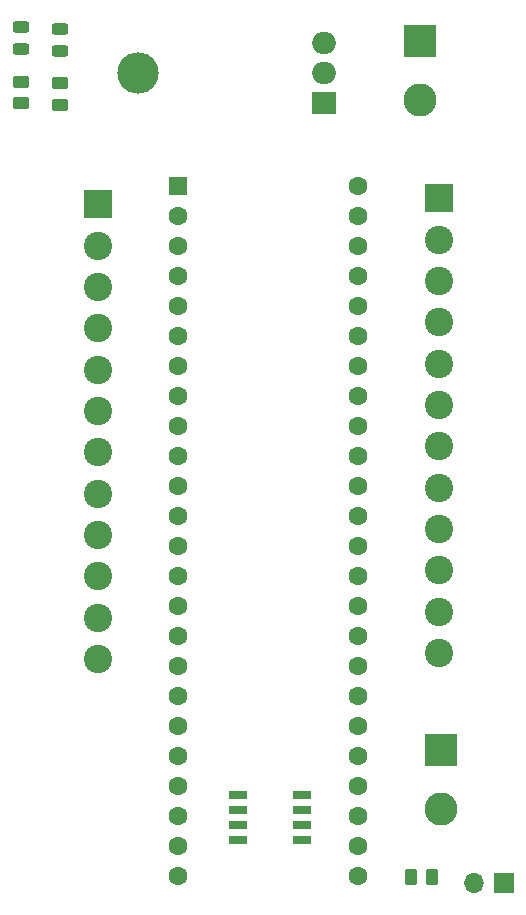
<source format=gbr>
%TF.GenerationSoftware,KiCad,Pcbnew,(6.0.10)*%
%TF.CreationDate,2023-04-10T11:13:22-05:00*%
%TF.ProjectId,lowerArm,6c6f7765-7241-4726-9d2e-6b696361645f,rev?*%
%TF.SameCoordinates,Original*%
%TF.FileFunction,Soldermask,Top*%
%TF.FilePolarity,Negative*%
%FSLAX46Y46*%
G04 Gerber Fmt 4.6, Leading zero omitted, Abs format (unit mm)*
G04 Created by KiCad (PCBNEW (6.0.10)) date 2023-04-10 11:13:22*
%MOMM*%
%LPD*%
G01*
G04 APERTURE LIST*
G04 Aperture macros list*
%AMRoundRect*
0 Rectangle with rounded corners*
0 $1 Rounding radius*
0 $2 $3 $4 $5 $6 $7 $8 $9 X,Y pos of 4 corners*
0 Add a 4 corners polygon primitive as box body*
4,1,4,$2,$3,$4,$5,$6,$7,$8,$9,$2,$3,0*
0 Add four circle primitives for the rounded corners*
1,1,$1+$1,$2,$3*
1,1,$1+$1,$4,$5*
1,1,$1+$1,$6,$7*
1,1,$1+$1,$8,$9*
0 Add four rect primitives between the rounded corners*
20,1,$1+$1,$2,$3,$4,$5,0*
20,1,$1+$1,$4,$5,$6,$7,0*
20,1,$1+$1,$6,$7,$8,$9,0*
20,1,$1+$1,$8,$9,$2,$3,0*%
G04 Aperture macros list end*
%ADD10R,1.525000X0.650000*%
%ADD11RoundRect,0.243750X0.456250X-0.243750X0.456250X0.243750X-0.456250X0.243750X-0.456250X-0.243750X0*%
%ADD12R,1.600000X1.600000*%
%ADD13C,1.600000*%
%ADD14O,3.500000X3.500000*%
%ADD15R,2.000000X1.905000*%
%ADD16O,2.000000X1.905000*%
%ADD17R,2.400000X2.400000*%
%ADD18C,2.400000*%
%ADD19RoundRect,0.250000X-0.450000X0.262500X-0.450000X-0.262500X0.450000X-0.262500X0.450000X0.262500X0*%
%ADD20R,1.700000X1.700000*%
%ADD21O,1.700000X1.700000*%
%ADD22RoundRect,0.250000X-0.262500X-0.450000X0.262500X-0.450000X0.262500X0.450000X-0.262500X0.450000X0*%
%ADD23R,2.800000X2.800000*%
%ADD24C,2.800000*%
G04 APERTURE END LIST*
D10*
%TO.C,U2*%
X143338000Y-120523000D03*
X143338000Y-121793000D03*
X143338000Y-123063000D03*
X143338000Y-124333000D03*
X148762000Y-124333000D03*
X148762000Y-123063000D03*
X148762000Y-121793000D03*
X148762000Y-120523000D03*
%TD*%
D11*
%TO.C,CAN*%
X128270000Y-57570500D03*
X128270000Y-55695500D03*
%TD*%
D12*
%TO.C,U3*%
X138303000Y-68961000D03*
D13*
X138303000Y-71501000D03*
X138303000Y-74041000D03*
X138303000Y-76581000D03*
X138303000Y-79121000D03*
X138303000Y-81661000D03*
X138303000Y-84201000D03*
X138303000Y-86741000D03*
X138303000Y-89281000D03*
X138303000Y-91821000D03*
X138303000Y-94361000D03*
X138303000Y-96901000D03*
X138303000Y-99441000D03*
X138303000Y-101981000D03*
X138303000Y-104521000D03*
X138303000Y-107061000D03*
X138303000Y-109601000D03*
X138303000Y-112141000D03*
X138303000Y-114681000D03*
X138303000Y-117221000D03*
X138303000Y-119761000D03*
X138303000Y-122301000D03*
X138303000Y-124841000D03*
X138303000Y-127381000D03*
X153543000Y-127381000D03*
X153543000Y-124841000D03*
X153543000Y-122301000D03*
X153543000Y-119761000D03*
X153543000Y-117221000D03*
X153543000Y-114681000D03*
X153543000Y-112141000D03*
X153543000Y-109601000D03*
X153543000Y-107061000D03*
X153543000Y-104521000D03*
X153543000Y-101981000D03*
X153543000Y-99441000D03*
X153543000Y-96901000D03*
X153543000Y-94361000D03*
X153543000Y-91821000D03*
X153543000Y-89281000D03*
X153543000Y-86741000D03*
X153543000Y-84201000D03*
X153543000Y-81661000D03*
X153543000Y-79121000D03*
X153543000Y-76581000D03*
X153543000Y-74041000D03*
X153543000Y-71501000D03*
X153543000Y-68961000D03*
%TD*%
D14*
%TO.C,U1*%
X134855000Y-59436000D03*
D15*
X150655000Y-61976000D03*
D16*
X150655000Y-59436000D03*
X150655000Y-56896000D03*
%TD*%
D17*
%TO.C,J1*%
X131495000Y-70539000D03*
D18*
X131495000Y-74039000D03*
X131495000Y-77539000D03*
X131495000Y-81039000D03*
X131495000Y-84539000D03*
X131495000Y-88039000D03*
X131495000Y-91539000D03*
X131495000Y-95039000D03*
X131495000Y-98539000D03*
X131495000Y-102039000D03*
X131495000Y-105539000D03*
X131495000Y-109039000D03*
%TD*%
D19*
%TO.C,R3*%
X124968000Y-60154500D03*
X124968000Y-61979500D03*
%TD*%
D17*
%TO.C,J2*%
X160400988Y-70030996D03*
D18*
X160400988Y-73530996D03*
X160400988Y-77030996D03*
X160400988Y-80530996D03*
X160400988Y-84030996D03*
X160400988Y-87530996D03*
X160400988Y-91030996D03*
X160400988Y-94530996D03*
X160400988Y-98030996D03*
X160400988Y-101530996D03*
X160400988Y-105030996D03*
X160400988Y-108530996D03*
%TD*%
D20*
%TO.C,REF\u002A\u002A*%
X165862000Y-128016000D03*
D21*
X163322000Y-128016000D03*
%TD*%
D22*
%TO.C,R3*%
X157964500Y-127508000D03*
X159789500Y-127508000D03*
%TD*%
D19*
%TO.C,R3*%
X128270000Y-60292500D03*
X128270000Y-62117500D03*
%TD*%
D23*
%TO.C,J3*%
X158770000Y-56682000D03*
D24*
X158770000Y-61682000D03*
%TD*%
D23*
%TO.C,J3*%
X160548000Y-116753000D03*
D24*
X160548000Y-121753000D03*
%TD*%
D11*
%TO.C,REF\u002A\u002A*%
X124968000Y-57432500D03*
X124968000Y-55557500D03*
%TD*%
M02*

</source>
